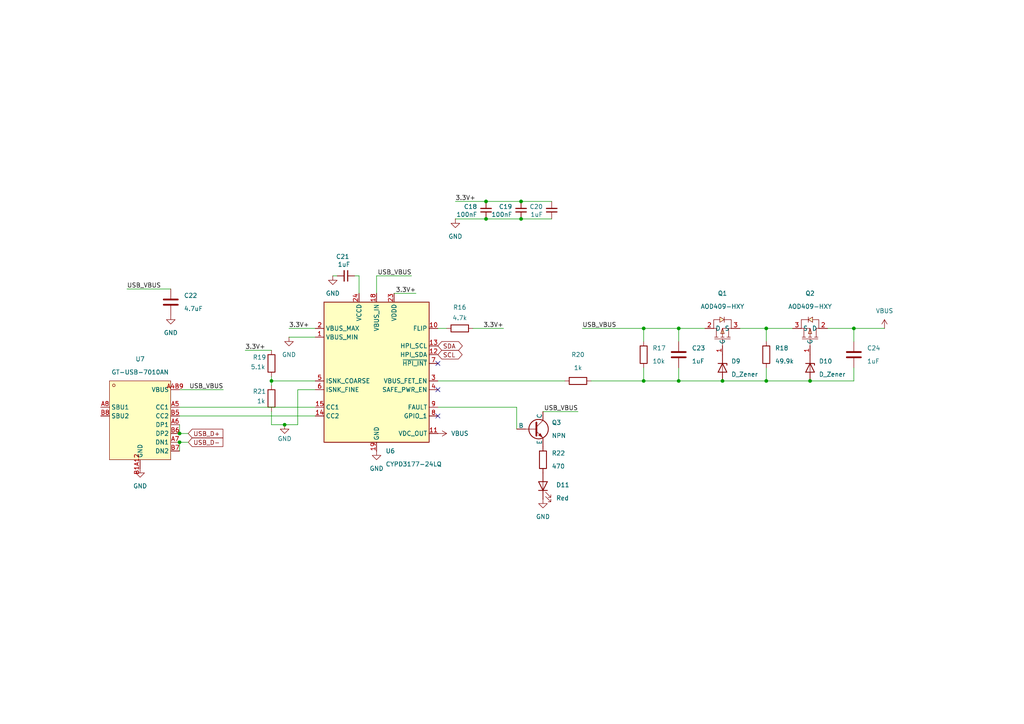
<source format=kicad_sch>
(kicad_sch (version 20250114) (generator "eeschema") (generator_version "9.0")
  (paper "A4")
  (lib_symbols
    (symbol "Device:C" (pin_numbers (hide yes)) (pin_names (offset 0.254))
      (property "Reference" "C" (at 0.635 2.54 0))
      (property "Value" "C" (at 0.635 -2.54 0))
      (symbol "C_0_1"
        (polyline (pts (xy -2.032 0.762) (xy 2.032 0.762)) (stroke (width 0.508)))
        (polyline (pts (xy -2.032 -0.762) (xy 2.032 -0.762)) (stroke (width 0.508)))
      )
      (symbol "C_1_1"
        (pin passive line (at 0 3.81 270) (length 2.794) (name "~") (number "1"))
        (pin passive line (at 0 -3.81 90) (length 2.794) (name "~") (number "2"))
      )
    )
    (symbol "Device:C_Small" (pin_numbers (hide yes)) (pin_names (offset 0.254) (hide yes))
      (property "Reference" "C" (at 0.254 1.778 0))
      (property "Value" "C_Small" (at 0.254 -2.032 0))
      (symbol "C_Small_0_1"
        (polyline (pts (xy -1.524 0.508) (xy 1.524 0.508)) (stroke (width 0.3048)))
        (polyline (pts (xy -1.524 -0.508) (xy 1.524 -0.508)) (stroke (width 0.3302)))
      )
      (symbol "C_Small_1_1"
        (pin passive line (at 0 2.54 270) (length 2.032) (name "~") (number "1"))
        (pin passive line (at 0 -2.54 90) (length 2.032) (name "~") (number "2"))
      )
    )
    (symbol "Device:D_Zener" (pin_numbers (hide yes)) (pin_names (offset 1.016) (hide yes))
      (property "Reference" "D" (at 0 2.54 0))
      (property "Value" "D_Zener" (at 0 -2.54 0))
      (symbol "D_Zener_0_1"
        (polyline (pts (xy -1.27 -1.27) (xy -1.27 1.27) (xy -0.762 1.27)) (stroke (width 0.254)))
        (polyline (pts (xy 1.27 0) (xy -1.27 0)))
        (polyline (pts (xy 1.27 -1.27) (xy 1.27 1.27) (xy -1.27 0) (xy 1.27 -1.27)) (stroke (width 0.254)))
      )
      (symbol "D_Zener_1_1"
        (pin passive line (at -3.81 0 0) (length 2.54) (name "K") (number "1"))
        (pin passive line (at 3.81 0 180) (length 2.54) (name "A") (number "2"))
      )
    )
    (symbol "Device:LED" (pin_numbers (hide yes)) (pin_names (offset 1.016) (hide yes))
      (property "Reference" "D" (at 0 2.54 0))
      (property "Value" "LED" (at 0 -2.54 0))
      (symbol "LED_0_1"
        (polyline (pts (xy -3.048 -0.762) (xy -4.572 -2.286) (xy -3.81 -2.286) (xy -4.572 -2.286) (xy -4.572 -1.524)))
        (polyline (pts (xy -1.778 -0.762) (xy -3.302 -2.286) (xy -2.54 -2.286) (xy -3.302 -2.286) (xy -3.302 -1.524)))
        (polyline (pts (xy -1.27 0) (xy 1.27 0)))
        (polyline (pts (xy -1.27 -1.27) (xy -1.27 1.27)) (stroke (width 0.254)))
        (polyline (pts (xy 1.27 -1.27) (xy 1.27 1.27) (xy -1.27 0) (xy 1.27 -1.27)) (stroke (width 0.254)))
      )
      (symbol "LED_1_1"
        (pin passive line (at -3.81 0 0) (length 2.54) (name "K") (number "1"))
        (pin passive line (at 3.81 0 180) (length 2.54) (name "A") (number "2"))
      )
    )
    (symbol "Device:R" (pin_numbers (hide yes)) (pin_names (offset 0))
      (property "Reference" "R" (at 2.032 0 90))
      (property "Value" "R" (at 0 0 90))
      (symbol "R_0_1"
        (rectangle (start -1.016 -2.54) (end 1.016 2.54) (stroke (width 0.254)))
      )
      (symbol "R_1_1"
        (pin passive line (at 0 3.81 270) (length 1.27) (name "~") (number "1"))
        (pin passive line (at 0 -3.81 90) (length 1.27) (name "~") (number "2"))
      )
    )
    (symbol "Interface_USB:CYPD3177-24LQ"
      (property "Reference" "U" (at -13.97 21.59 0))
      (property "Value" "CYPD3177-24LQ" (at 10.16 -21.59 0))
      (symbol "CYPD3177-24LQ_0_1"
        (rectangle (start -15.24 20.32) (end 15.24 -20.32) (stroke (width 0.254)) (fill (type background)))
      )
      (symbol "CYPD3177-24LQ_1_1"
        (pin input line (at -17.78 12.7 0) (length 2.54) (name "VBUS_MAX") (number "2"))
        (pin input line (at -17.78 10.16 0) (length 2.54) (name "VBUS_MIN") (number "1"))
        (pin input line (at -17.78 -2.54 0) (length 2.54) (name "ISNK_COARSE") (number "5"))
        (pin input line (at -17.78 -5.08 0) (length 2.54) (name "ISNK_FINE") (number "6"))
        (pin bidirectional line (at -17.78 -10.16 0) (length 2.54) (name "CC1") (number "15"))
        (pin bidirectional line (at -17.78 -12.7 0) (length 2.54) (name "CC2") (number "14"))
        (pin no_connect line (at -15.24 5.08 0) (length 2.54) (hide yes) (name "NC") (number "17"))
        (pin no_connect line (at -15.24 2.54 0) (length 2.54) (hide yes) (name "NC") (number "16"))
        (pin power_out line (at -5.08 22.86 270) (length 2.54) (name "VCCD") (number "24"))
        (pin power_in line (at 0 22.86 270) (length 2.54) (name "VBUS_IN") (number "18"))
        (pin power_in line (at 0 -22.86 90) (length 2.54) (name "GND") (number "19"))
        (pin passive line (at 0 -22.86 90) (length 2.54) (hide yes) (name "GND") (number "22"))
        (pin passive line (at 0 -22.86 90) (length 2.54) (hide yes) (name "GND") (number "25"))
        (pin power_out line (at 5.08 22.86 270) (length 2.54) (name "VDDD") (number "23"))
        (pin no_connect line (at 15.24 17.78 180) (length 2.54) (hide yes) (name "NC") (number "20"))
        (pin no_connect line (at 15.24 15.24 180) (length 2.54) (hide yes) (name "NC") (number "21"))
        (pin output line (at 17.78 12.7 180) (length 2.54) (name "FLIP") (number "10"))
        (pin bidirectional line (at 17.78 7.62 180) (length 2.54) (name "HPI_SCL") (number "13"))
        (pin bidirectional line (at 17.78 5.08 180) (length 2.54) (name "HPI_SDA") (number "12"))
        (pin input line (at 17.78 2.54 180) (length 2.54) (name "~{HPI_INT}") (number "7"))
        (pin output line (at 17.78 -2.54 180) (length 2.54) (name "VBUS_FET_EN") (number "3"))
        (pin output line (at 17.78 -5.08 180) (length 2.54) (name "SAFE_PWR_EN") (number "4"))
        (pin output line (at 17.78 -10.16 180) (length 2.54) (name "FAULT") (number "9"))
        (pin bidirectional line (at 17.78 -12.7 180) (length 2.54) (name "GPIO_1") (number "8"))
        (pin output line (at 17.78 -17.78 180) (length 2.54) (name "VDC_OUT") (number "11"))
      )
    )
    (symbol "Simulation_SPICE:NPN" (pin_numbers (hide yes)) (pin_names (offset 0))
      (property "Reference" "Q" (at -2.54 7.62 0))
      (property "Value" "NPN" (at -2.54 5.08 0))
      (symbol "NPN_0_1"
        (polyline (pts (xy -2.54 0) (xy 0.635 0)) (stroke (width 0.1524)))
        (polyline (pts (xy 0.635 1.905) (xy 0.635 -1.905) (xy 0.635 -1.905)) (stroke (width 0.508)))
        (polyline (pts (xy 0.635 0.635) (xy 2.54 2.54)))
        (polyline (pts (xy 0.635 -0.635) (xy 2.54 -2.54) (xy 2.54 -2.54)))
        (circle (center 1.27 0) (radius 2.8194) (stroke (width 0.254)))
        (polyline (pts (xy 1.27 -1.778) (xy 1.778 -1.27) (xy 2.286 -2.286) (xy 1.27 -1.778) (xy 1.27 -1.778)) (fill (type outline)))
        (polyline (pts (xy 2.794 -1.27) (xy 2.794 -1.27)) (stroke (width 0.1524)))
        (polyline (pts (xy 2.794 -1.27) (xy 2.794 -1.27)) (stroke (width 0.1524)))
      )
      (symbol "NPN_1_1"
        (pin input line (at -5.08 0 0) (length 2.54) (name "B") (number "2"))
        (pin open_collector line (at 2.54 5.08 270) (length 2.54) (name "C") (number "1"))
        (pin open_emitter line (at 2.54 -5.08 90) (length 2.54) (name "E") (number "3"))
      )
    )
    (symbol "easyeda2kicad:AOD409-HXY"
      (property "Reference" "Q" (at 0 10.16 0))
      (property "Value" "AOD409-HXY" (at 0 -10.16 0))
      (symbol "AOD409-HXY_0_1"
        (polyline (pts (xy -2.54 0) (xy -0.51 0)))
        (polyline (pts (xy -0.51 2.29) (xy -0.51 -2.29)))
        (polyline (pts (xy 0 1.27) (xy 0 2.29)))
        (polyline (pts (xy 0 0) (xy 2.54 0) (xy 2.54 -2.54)))
        (polyline (pts (xy 0 -0.51) (xy 0 0.51)))
        (polyline (pts (xy 0 -2.29) (xy 0 -1.27)))
        (polyline (pts (xy 2.54 1.78) (xy 0 1.78)))
        (polyline (pts (xy 2.54 1.78) (xy 2.54 2.54) (xy 5.08 2.54) (xy 5.08 0.76)))
        (polyline (pts (xy 2.54 0) (xy 1.02 0.51) (xy 1.02 -0.51) (xy 2.54 0)) (fill (type background)))
        (polyline (pts (xy 2.54 -1.78) (xy 0 -1.78)))
        (polyline (pts (xy 2.54 -2.54) (xy 5.08 -2.54) (xy 5.08 -0.51)))
        (polyline (pts (xy 5.08 -0.51) (xy 5.84 0.76) (xy 4.32 0.76) (xy 5.08 -0.51)) (fill (type background)))
        (polyline (pts (xy 5.84 -0.51) (xy 5.59 -0.51) (xy 4.57 -0.51) (xy 4.32 -0.51)))
        (pin unspecified line (at -5.08 0 0) (length 2.54) (name "G") (number "1"))
        (pin unspecified line (at 2.54 5.08 270) (length 2.54) (name "D") (number "2"))
        (pin unspecified line (at 2.54 -5.08 90) (length 2.54) (name "S") (number "3"))
      )
    )
    (symbol "easyeda2kicad:GT-USB-7010AN"
      (property "Reference" "U" (at 0 13.97 0))
      (property "Value" "GT-USB-7010AN" (at 0 -16.51 0))
      (symbol "GT-USB-7010AN_0_1"
        (rectangle (start -8.89 11.43) (end 8.89 -11.43) (fill (type background)))
        (circle (center -7.62 10.16) (radius 0.38))
        (pin unspecified line (at -11.43 3.81 0) (length 2.54) (name "SBU1") (number "A8"))
        (pin unspecified line (at -11.43 1.27 0) (length 2.54) (name "SBU2") (number "B8"))
        (pin unspecified line (at 0 -13.97 90) (length 2.54) (hide yes) (name "GND") (number "13"))
        (pin unspecified line (at 0 -13.97 90) (length 2.54) (hide yes) (name "GND") (number "14"))
        (pin unspecified line (at 0 -13.97 90) (length 2.54) (hide yes) (name "GND") (number "15"))
        (pin unspecified line (at 0 -13.97 90) (length 2.54) (hide yes) (name "GND") (number "16"))
        (pin unspecified line (at 0 -13.97 90) (length 2.54) (hide yes) (name "GND") (number "A1B12"))
        (pin unspecified line (at 0 -13.97 90) (length 2.54) (name "GND") (number "B1A12"))
        (pin unspecified line (at 11.43 8.89 180) (length 2.54) (name "VBUS") (number "A4B9"))
        (pin unspecified line (at 11.43 8.89 180) (length 2.54) (hide yes) (name "VBUS") (number "B4A9"))
        (pin unspecified line (at 11.43 3.81 180) (length 2.54) (name "CC1") (number "A5"))
        (pin unspecified line (at 11.43 1.27 180) (length 2.54) (name "CC2") (number "B5"))
        (pin unspecified line (at 11.43 -1.27 180) (length 2.54) (name "DP1") (number "A6"))
        (pin unspecified line (at 11.43 -3.81 180) (length 2.54) (name "DP2") (number "B6"))
        (pin unspecified line (at 11.43 -6.35 180) (length 2.54) (name "DN1") (number "A7"))
        (pin unspecified line (at 11.43 -8.89 180) (length 2.54) (name "DN2") (number "B7"))
      )
    )
    (symbol "power:GND" (power) (pin_numbers (hide yes)) (pin_names (offset 0) (hide yes))
      (property "Value" "GND" (at 0 -3.81 0))
      (symbol "GND_0_1"
        (polyline (pts (xy 0 0) (xy 0 -1.27) (xy 1.27 -1.27) (xy 0 -2.54) (xy -1.27 -1.27) (xy 0 -1.27)))
      )
      (symbol "GND_1_1"
        (pin power_in line (at 0 0 270) (length 0) (name "~") (number "1"))
      )
    )
    (symbol "power:VBUS" (power) (pin_numbers (hide yes)) (pin_names (offset 0) (hide yes))
      (property "Value" "VBUS" (at 0 3.556 0))
      (symbol "VBUS_0_1"
        (polyline (pts (xy -0.762 1.27) (xy 0 2.54)))
        (polyline (pts (xy 0 2.54) (xy 0.762 1.27)))
        (polyline (pts (xy 0 0) (xy 0 2.54)))
      )
      (symbol "VBUS_1_1"
        (pin power_in line (at 0 0 90) (length 0) (name "~") (number "1"))
      )
    )
  )
  (junction (at 186.69 110.49))
  (junction (at 247.65 95.25))
  (junction (at 151.13 58.42))
  (junction (at 222.25 110.49))
  (junction (at 196.85 95.25))
  (junction (at 78.74 110.49))
  (junction (at 209.55 110.49))
  (junction (at 52.07 128.27))
  (junction (at 140.97 58.42))
  (junction (at 196.85 110.49))
  (junction (at 140.97 63.5))
  (junction (at 186.69 95.25))
  (junction (at 82.55 123.19))
  (junction (at 222.25 95.25))
  (junction (at 151.13 63.5))
  (junction (at 234.95 110.49))
  (junction (at 52.07 125.73))
  (no_connect (at 127 120.65))
  (no_connect (at 127 105.41))
  (no_connect (at 127 113.03))
  (wire (pts (xy 52.07 128.27) (xy 52.07 130.81)))
  (wire (pts (xy 137.16 95.25) (xy 146.05 95.25)))
  (wire (pts (xy 209.55 110.49) (xy 222.25 110.49)))
  (wire (pts (xy 222.25 95.25) (xy 229.87 95.25)))
  (wire (pts (xy 247.65 99.06) (xy 247.65 95.25)))
  (wire (pts (xy 132.08 58.42) (xy 140.97 58.42)))
  (wire (pts (xy 71.12 101.6) (xy 78.74 101.6)))
  (wire (pts (xy 86.36 113.03) (xy 91.44 113.03)))
  (wire (pts (xy 83.82 95.25) (xy 91.44 95.25)))
  (wire (pts (xy 114.3 85.09) (xy 120.65 85.09)))
  (wire (pts (xy 96.52 80.01) (xy 97.79 80.01)))
  (wire (pts (xy 52.07 120.65) (xy 91.44 120.65)))
  (wire (pts (xy 86.36 123.19) (xy 86.36 113.03)))
  (wire (pts (xy 151.13 63.5) (xy 160.02 63.5)))
  (wire (pts (xy 132.08 63.5) (xy 140.97 63.5)))
  (wire (pts (xy 82.55 123.19) (xy 86.36 123.19)))
  (wire (pts (xy 129.54 95.25) (xy 127 95.25)))
  (wire (pts (xy 119.38 80.01) (xy 109.22 80.01)))
  (wire (pts (xy 127 110.49) (xy 163.83 110.49)))
  (wire (pts (xy 214.63 95.25) (xy 222.25 95.25)))
  (wire (pts (xy 52.07 125.73) (xy 54.61 125.73)))
  (wire (pts (xy 222.25 106.68) (xy 222.25 110.49)))
  (wire (pts (xy 196.85 99.06) (xy 196.85 95.25)))
  (wire (pts (xy 234.95 110.49) (xy 247.65 110.49)))
  (wire (pts (xy 78.74 110.49) (xy 91.44 110.49)))
  (wire (pts (xy 247.65 95.25) (xy 256.54 95.25)))
  (wire (pts (xy 49.53 83.82) (xy 36.83 83.82)))
  (wire (pts (xy 186.69 110.49) (xy 196.85 110.49)))
  (wire (pts (xy 222.25 110.49) (xy 234.95 110.49)))
  (wire (pts (xy 196.85 95.25) (xy 204.47 95.25)))
  (wire (pts (xy 196.85 110.49) (xy 196.85 106.68)))
  (wire (pts (xy 140.97 63.5) (xy 151.13 63.5)))
  (wire (pts (xy 240.03 95.25) (xy 247.65 95.25)))
  (wire (pts (xy 171.45 110.49) (xy 186.69 110.49)))
  (wire (pts (xy 52.07 123.19) (xy 52.07 125.73)))
  (wire (pts (xy 167.64 119.38) (xy 157.48 119.38)))
  (wire (pts (xy 78.74 109.22) (xy 78.74 110.49)))
  (wire (pts (xy 52.07 118.11) (xy 91.44 118.11)))
  (wire (pts (xy 186.69 110.49) (xy 186.69 106.68)))
  (wire (pts (xy 52.07 113.03) (xy 64.77 113.03)))
  (wire (pts (xy 127 118.11) (xy 149.86 118.11)))
  (wire (pts (xy 78.74 123.19) (xy 82.55 123.19)))
  (wire (pts (xy 109.22 80.01) (xy 109.22 85.09)))
  (wire (pts (xy 186.69 95.25) (xy 196.85 95.25)))
  (wire (pts (xy 186.69 99.06) (xy 186.69 95.25)))
  (wire (pts (xy 149.86 118.11) (xy 149.86 124.46)))
  (wire (pts (xy 78.74 119.38) (xy 78.74 123.19)))
  (wire (pts (xy 83.82 97.79) (xy 91.44 97.79)))
  (wire (pts (xy 140.97 58.42) (xy 151.13 58.42)))
  (wire (pts (xy 247.65 110.49) (xy 247.65 106.68)))
  (wire (pts (xy 168.91 95.25) (xy 186.69 95.25)))
  (wire (pts (xy 196.85 110.49) (xy 209.55 110.49)))
  (wire (pts (xy 52.07 128.27) (xy 54.61 128.27)))
  (wire (pts (xy 78.74 110.49) (xy 78.74 111.76)))
  (wire (pts (xy 151.13 58.42) (xy 160.02 58.42)))
  (wire (pts (xy 222.25 95.25) (xy 222.25 99.06)))
  (wire (pts (xy 104.14 80.01) (xy 104.14 85.09)))
  (wire (pts (xy 104.14 80.01) (xy 102.87 80.01)))
  (label "3.3V+" (at 120.65 85.09 180))
  (label "USB_VBUS" (at 64.77 113.03 180))
  (label "USB_VBUS" (at 36.83 83.82 0))
  (label "USB_VBUS" (at 119.38 80.01 180))
  (label "3.3V+" (at 132.08 58.42 0))
  (label "3.3V+" (at 83.82 95.25 0))
  (label "3.3V+" (at 146.05 95.25 180))
  (label "USB_VBUS" (at 168.91 95.25 0))
  (label "USB_VBUS" (at 167.64 119.38 180))
  (label "3.3V+" (at 71.12 101.6 0))
  (global_label "SDA" (shape bidirectional) (at 127 100.33 0) (property "Intersheetrefs" "${INTERSHEET_REFS}" (effects (hide yes))))
  (global_label "USB_D+" (shape input) (at 54.61 125.73 0) (property "Intersheetrefs" "${INTERSHEET_REFS}" (effects (hide yes))))
  (global_label "SCL" (shape bidirectional) (at 127 102.87 0) (property "Intersheetrefs" "${INTERSHEET_REFS}" (effects (hide yes))))
  (global_label "USB_D-" (shape input) (at 54.61 128.27 0) (property "Intersheetrefs" "${INTERSHEET_REFS}" (effects (hide yes))))
  (symbol (lib_id "Device:R") (at 167.64 110.49 90) (unit 1)
    (property "Reference" "R20" (at 167.64 102.87 90))
    (property "Value" "1k" (at 167.64 106.68 90))
    (property "Footprint" "Resistor_SMD:R_0402_1005Metric_Pad0.72x0.64mm_HandSolder" (effects (hide yes)))
    (property "Description" "Resistor" (effects (hide yes)))
  )
  (symbol (lib_id "power:GND") (at 83.82 97.79 0) (unit 1)
    (property "Reference" "#PWR030" (effects (hide yes)))
    (property "Value" "GND" (at 83.82 102.87 0))
    (property "Description" "Power symbol creates a global label with name \"GND\" , ground" (effects (hide yes)))
  )
  (symbol (lib_id "Device:D_Zener") (at 234.95 106.68 270) (unit 1)
    (property "Reference" "D10" (at 237.49 104.7749 90) (effects (justify left)))
    (property "Value" "D_Zener" (at 237.49 108.5849 90) (effects (justify left)))
    (property "Footprint" "Diode_SMD:D_SOD-123" (effects (hide yes)))
    (property "Description" "Zener diode" (effects (hide yes)))
  )
  (symbol (lib_id "power:GND") (at 157.48 144.78 0) (unit 1)
    (property "Reference" "#PWR035" (effects (hide yes)))
    (property "Value" "GND" (at 157.48 149.86 0))
    (property "Description" "Power symbol creates a global label with name \"GND\" , ground" (effects (hide yes)))
  )
  (symbol (lib_id "Interface_USB:CYPD3177-24LQ") (at 109.22 107.95 0) (unit 1)
    (property "Reference" "U6" (at 111.835 130.81 0) (effects (justify left)))
    (property "Value" "CYPD3177-24LQ" (at 111.835 134.62 0) (effects (justify left)))
    (property "Footprint" "Package_DFN_QFN:QFN-24-1EP_4x4mm_P0.5mm_EP2.75x2.75mm" (effects (hide yes)))
    (property "Datasheet" "https://www.infineon.com/dgdl/Infineon-EZ-PD_BCR_Datasheet_USB_Type-C_Port_Controller_for_Power_Sinks-DataSheet-v03_00-EN.pdf?fileId=8ac78c8c7d0d8da4017d0ee7ce9d70ad" (effects (hide yes)))
    (property "Description" "Stand-alone USB PD controller (with sink Auto-run mode), QFN-24" (effects (hide yes)))
  )
  (symbol (lib_id "easyeda2kicad:GT-USB-7010AN") (at 40.64 121.92 0) (unit 1)
    (property "Reference" "U7" (at 40.64 104.14 0))
    (property "Value" "GT-USB-7010AN" (at 40.64 107.95 0))
    (property "Footprint" "easyeda2kicad:USB-SMD_GT-USB-7010AN" (effects (hide yes)))
    (property "LCSC Part" "C963370" (effects (hide yes)))
  )
  (symbol (lib_id "Device:LED") (at 157.48 140.97 90) (unit 1)
    (property "Reference" "D11" (at 161.29 140.6524 90) (effects (justify right)))
    (property "Value" "Red" (at 161.29 144.4624 90) (effects (justify right)))
    (property "Footprint" "LED_SMD:LED_0603_1608Metric_Pad1.05x0.95mm_HandSolder" (effects (hide yes)))
    (property "Description" "Light emitting diode" (effects (hide yes)))
    (property "Sim.Pins" "1=K 2=A" (effects (hide yes)))
  )
  (symbol (lib_id "Device:R") (at 186.69 102.87 180) (unit 1)
    (property "Reference" "R17" (at 189.23 100.9649 0) (effects (justify right)))
    (property "Value" "10k" (at 189.23 104.7749 0) (effects (justify right)))
    (property "Footprint" "Resistor_SMD:R_0402_1005Metric_Pad0.72x0.64mm_HandSolder" (effects (hide yes)))
    (property "Description" "Resistor" (effects (hide yes)))
  )
  (symbol (lib_id "Device:C_Small") (at 151.13 60.96 0) (mirror x) (unit 1)
    (property "Reference" "C19" (at 148.59 59.944 0) (effects (justify right)))
    (property "Value" "100nF" (at 148.59 62.23 0) (effects (justify right)))
    (property "Footprint" "Capacitor_SMD:C_0402_1005Metric" (effects (hide yes)))
    (property "Description" "Unpolarized capacitor, small symbol" (effects (hide yes)))
  )
  (symbol (lib_id "Device:D_Zener") (at 209.55 106.68 270) (unit 1)
    (property "Reference" "D9" (at 212.09 104.7749 90) (effects (justify left)))
    (property "Value" "D_Zener" (at 212.09 108.5849 90) (effects (justify left)))
    (property "Footprint" "Diode_SMD:D_SOD-123" (effects (hide yes)))
    (property "Description" "Zener diode" (effects (hide yes)))
  )
  (symbol (lib_id "Device:R") (at 222.25 102.87 180) (unit 1)
    (property "Reference" "R18" (at 224.79 100.9649 0) (effects (justify right)))
    (property "Value" "49.9k" (at 224.79 104.7749 0) (effects (justify right)))
    (property "Footprint" "Resistor_SMD:R_0402_1005Metric_Pad0.72x0.64mm_HandSolder" (effects (hide yes)))
    (property "Description" "Resistor" (effects (hide yes)))
  )
  (symbol (lib_id "Simulation_SPICE:NPN") (at 154.94 124.46 0) (unit 1)
    (property "Reference" "Q3" (at 160.02 122.5549 0) (effects (justify left)))
    (property "Value" "NPN" (at 160.02 126.3649 0) (effects (justify left)))
    (property "Footprint" "Package_TO_SOT_SMD:SOT-23" (effects (hide yes)))
    (property "Datasheet" "https://ngspice.sourceforge.io/docs/ngspice-html-manual/manual.xhtml#cha_BJTs" (effects (hide yes)))
    (property "Description" "Bipolar transistor symbol for simulation only, substrate tied to the emitter" (effects (hide yes)))
    (property "Sim.Device" "NPN" (effects (hide yes)))
    (property "Sim.Type" "GUMMELPOON" (effects (hide yes)))
    (property "Sim.Pins" "1=C 2=B 3=E" (effects (hide yes)))
  )
  (symbol (lib_id "power:GND") (at 40.64 135.89 0) (unit 1)
    (property "Reference" "#PWR034" (effects (hide yes)))
    (property "Value" "GND" (at 40.64 140.97 0))
    (property "Description" "Power symbol creates a global label with name \"GND\" , ground" (effects (hide yes)))
  )
  (symbol (lib_id "easyeda2kicad:AOD409-HXY") (at 209.55 97.79 90) (unit 1)
    (property "Reference" "Q1" (at 209.55 85.09 90))
    (property "Value" "AOD409-HXY" (at 209.55 88.9 90))
    (property "Footprint" "easyeda2kicad:TO-252-2_L6.6-W6.1-P4.57-LS9.9-TL-CW" (effects (hide yes)))
    (property "LCSC Part" "C6285771" (effects (hide yes)))
  )
  (symbol (lib_id "power:GND") (at 132.08 63.5 0) (unit 1)
    (property "Reference" "#PWR026" (effects (hide yes)))
    (property "Value" "GND" (at 132.08 68.58 0))
    (property "Description" "Power symbol creates a global label with name \"GND\" , ground" (effects (hide yes)))
  )
  (symbol (lib_id "Device:R") (at 78.74 115.57 0) (mirror x) (unit 1)
    (property "Reference" "R21" (at 77.216 113.538 0) (effects (justify right)))
    (property "Value" "1k" (at 76.962 116.332 0) (effects (justify right)))
    (property "Footprint" "Resistor_SMD:R_0402_1005Metric_Pad0.72x0.64mm_HandSolder" (effects (hide yes)))
    (property "Description" "Resistor" (effects (hide yes)))
  )
  (symbol (lib_id "Device:R") (at 157.48 133.35 180) (unit 1)
    (property "Reference" "R22" (at 160.02 131.4449 0) (effects (justify right)))
    (property "Value" "470" (at 160.02 135.2549 0) (effects (justify right)))
    (property "Footprint" "Resistor_SMD:R_0402_1005Metric_Pad0.72x0.64mm_HandSolder" (effects (hide yes)))
    (property "Description" "Resistor" (effects (hide yes)))
  )
  (symbol (lib_id "power:VBUS") (at 127 125.73 270) (unit 1)
    (property "Reference" "#PWR032" (effects (hide yes)))
    (property "Value" "VBUS" (at 130.81 125.7299 90) (effects (justify left)))
    (property "Description" "Power symbol creates a global label with name \"VBUS\"" (effects (hide yes)))
  )
  (symbol (lib_id "power:GND") (at 49.53 91.44 0) (unit 1)
    (property "Reference" "#PWR028" (effects (hide yes)))
    (property "Value" "GND" (at 49.53 96.52 0))
    (property "Description" "Power symbol creates a global label with name \"GND\" , ground" (effects (hide yes)))
  )
  (symbol (lib_id "power:VBUS") (at 256.54 95.25 0) (unit 1)
    (property "Reference" "#PWR029" (effects (hide yes)))
    (property "Value" "VBUS" (at 256.54 90.17 0))
    (property "Description" "Power symbol creates a global label with name \"VBUS\"" (effects (hide yes)))
  )
  (symbol (lib_id "easyeda2kicad:AOD409-HXY") (at 234.95 97.79 270) (mirror x) (unit 1)
    (property "Reference" "Q2" (at 234.95 85.09 90))
    (property "Value" "AOD409-HXY" (at 234.95 88.9 90))
    (property "Footprint" "easyeda2kicad:TO-252-2_L6.6-W6.1-P4.57-LS9.9-TL-CW" (effects (hide yes)))
    (property "LCSC Part" "C6285771" (effects (hide yes)))
  )
  (symbol (lib_id "Device:C_Small") (at 140.97 60.96 0) (mirror x) (unit 1)
    (property "Reference" "C18" (at 138.43 59.944 0) (effects (justify right)))
    (property "Value" "100nF" (at 138.43 62.23 0) (effects (justify right)))
    (property "Footprint" "Capacitor_SMD:C_0402_1005Metric" (effects (hide yes)))
    (property "Description" "Unpolarized capacitor, small symbol" (effects (hide yes)))
  )
  (symbol (lib_id "Device:C") (at 196.85 102.87 0) (unit 1)
    (property "Reference" "C23" (at 200.66 100.9649 0) (effects (justify left)))
    (property "Value" "1uF" (at 200.66 104.7749 0) (effects (justify left)))
    (property "Footprint" "Capacitor_SMD:C_0603_1608Metric" (effects (hide yes)))
    (property "Description" "Unpolarized capacitor" (effects (hide yes)))
  )
  (symbol (lib_id "Device:R") (at 78.74 105.41 0) (mirror x) (unit 1)
    (property "Reference" "R19" (at 77.216 103.632 0) (effects (justify right)))
    (property "Value" "5.1k" (at 76.962 106.426 0) (effects (justify right)))
    (property "Footprint" "Resistor_SMD:R_0402_1005Metric_Pad0.72x0.64mm_HandSolder" (effects (hide yes)))
    (property "Description" "Resistor" (effects (hide yes)))
  )
  (symbol (lib_id "power:GND") (at 82.55 123.19 0) (unit 1)
    (property "Reference" "#PWR031" (effects (hide yes)))
    (property "Value" "GND" (at 82.55 127.254 0))
    (property "Description" "Power symbol creates a global label with name \"GND\" , ground" (effects (hide yes)))
  )
  (symbol (lib_id "power:GND") (at 96.52 80.01 0) (unit 1)
    (property "Reference" "#PWR027" (effects (hide yes)))
    (property "Value" "GND" (at 96.52 85.09 0))
    (property "Description" "Power symbol creates a global label with name \"GND\" , ground" (effects (hide yes)))
  )
  (symbol (lib_id "Device:C") (at 49.53 87.63 0) (unit 1)
    (property "Reference" "C22" (at 53.34 85.7249 0) (effects (justify left)))
    (property "Value" "4.7uF" (at 53.34 89.5349 0) (effects (justify left)))
    (property "Footprint" "Capacitor_SMD:C_1206_3216Metric" (effects (hide yes)))
    (property "Description" "Unpolarized capacitor" (effects (hide yes)))
  )
  (symbol (lib_id "Device:C_Small") (at 100.33 80.01 270) (unit 1)
    (property "Reference" "C21" (at 101.346 74.422 90) (effects (justify right)))
    (property "Value" "1uF" (at 101.6 76.708 90) (effects (justify right)))
    (property "Footprint" "Capacitor_SMD:C_0603_1608Metric" (effects (hide yes)))
    (property "Description" "Unpolarized capacitor, small symbol" (effects (hide yes)))
  )
  (symbol (lib_id "Device:C_Small") (at 160.02 60.96 0) (mirror x) (unit 1)
    (property "Reference" "C20" (at 157.48 59.944 0) (effects (justify right)))
    (property "Value" "1uF" (at 157.48 62.23 0) (effects (justify right)))
    (property "Footprint" "Capacitor_SMD:C_0603_1608Metric" (effects (hide yes)))
    (property "Description" "Unpolarized capacitor, small symbol" (effects (hide yes)))
  )
  (symbol (lib_id "power:GND") (at 109.22 130.81 0) (unit 1)
    (property "Reference" "#PWR033" (effects (hide yes)))
    (property "Value" "GND" (at 109.22 135.89 0))
    (property "Description" "Power symbol creates a global label with name \"GND\" , ground" (effects (hide yes)))
  )
  (symbol (lib_id "Device:R") (at 133.35 95.25 90) (unit 1)
    (property "Reference" "R16" (at 133.35 89.154 90))
    (property "Value" "4.7k" (at 133.35 92.202 90))
    (property "Footprint" "Resistor_SMD:R_0402_1005Metric_Pad0.72x0.64mm_HandSolder" (effects (hide yes)))
    (property "Description" "Resistor" (effects (hide yes)))
  )
  (symbol (lib_id "Device:C") (at 247.65 102.87 0) (unit 1)
    (property "Reference" "C24" (at 251.46 100.9649 0) (effects (justify left)))
    (property "Value" "1uF" (at 251.46 104.7749 0) (effects (justify left)))
    (property "Footprint" "Capacitor_SMD:C_0603_1608Metric" (effects (hide yes)))
    (property "Description" "Unpolarized capacitor" (effects (hide yes)))
  )
)
</source>
